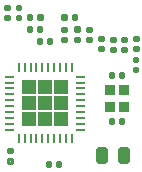
<source format=gbr>
G04 EAGLE Gerber RS-274X export*
G75*
%MOMM*%
%FSLAX34Y34*%
%LPD*%
%INSolderpaste Top*%
%IPPOS*%
%AMOC8*
5,1,8,0,0,1.08239X$1,22.5*%
G01*
%ADD10C,0.280800*%
%ADD11C,0.500000*%
%ADD12C,0.270000*%
%ADD13C,0.250000*%
%ADD14R,0.654191X0.247359*%
%ADD15R,0.655331X0.247431*%
%ADD16R,0.651969X0.249341*%
%ADD17R,0.654269X0.249209*%
%ADD18R,0.652981X0.249891*%
%ADD19R,0.655650X0.250628*%
%ADD20R,0.651059X0.250275*%
%ADD21R,0.653141X0.251281*%
%ADD22R,0.655359X0.252981*%
%ADD23R,0.651481X0.251041*%
%ADD24R,0.250031X0.650031*%
%ADD25R,0.253631X0.652369*%
%ADD26R,0.254619X0.652291*%
%ADD27R,0.252750X0.650931*%
%ADD28R,0.251419X0.650259*%
%ADD29R,0.253169X0.650075*%
%ADD30R,0.253241X0.649566*%
%ADD31R,0.251019X0.649703*%
%ADD32R,0.251359X0.649391*%
%ADD33R,0.253259X0.648019*%
%ADD34R,0.646209X0.253300*%
%ADD35R,0.649709X0.250200*%
%ADD36R,0.648831X0.250591*%
%ADD37R,0.646019X0.251278*%
%ADD38R,0.647469X0.250350*%
%ADD39R,0.647719X0.249897*%
%ADD40R,0.646281X0.249147*%
%ADD41R,0.644681X0.247800*%
%ADD42R,0.648841X0.249309*%
%ADD43R,0.650000X0.250000*%
%ADD44R,0.246700X0.647831*%
%ADD45R,0.246041X0.648069*%
%ADD46R,0.249509X0.649847*%
%ADD47R,0.245269X0.649313*%
%ADD48R,0.249941X0.650003*%
%ADD49R,0.246369X0.650713*%
%ADD50R,0.248941X0.650391*%
%ADD51R,0.246781X0.651731*%
%ADD52R,0.249800X0.650141*%
%ADD53R,0.247050X0.652600*%
%ADD54R,1.201931X1.199259*%
%ADD55R,1.200338X1.200338*%
%ADD56R,1.203350X1.201031*%
%ADD57R,1.199672X1.200263*%
%ADD58R,1.200109X1.199866*%
%ADD59R,1.199812X1.199812*%
%ADD60R,1.202841X1.202841*%
%ADD61R,1.200081X1.200269*%
%ADD62R,1.199278X1.201869*%
%ADD63R,0.850000X0.950000*%


D10*
X68926Y145407D02*
X66334Y145407D01*
X66334Y148599D01*
X68926Y148599D01*
X68926Y145407D01*
X68926Y148075D02*
X66334Y148075D01*
X60326Y148599D02*
X57734Y148599D01*
X60326Y148599D02*
X60326Y145407D01*
X57734Y145407D01*
X57734Y148599D01*
X57734Y148075D02*
X60326Y148075D01*
X74759Y125023D02*
X77351Y125023D01*
X74759Y125023D02*
X74759Y128215D01*
X77351Y128215D01*
X77351Y125023D01*
X77351Y127691D02*
X74759Y127691D01*
X68751Y128215D02*
X66159Y128215D01*
X68751Y128215D02*
X68751Y125023D01*
X66159Y125023D01*
X66159Y128215D01*
X66159Y127691D02*
X68751Y127691D01*
X131016Y127045D02*
X131016Y129637D01*
X131016Y127045D02*
X127824Y127045D01*
X127824Y129637D01*
X131016Y129637D01*
X127824Y121037D02*
X127824Y118445D01*
X127824Y121037D02*
X131016Y121037D01*
X131016Y118445D01*
X127824Y118445D01*
X40548Y26380D02*
X40548Y23788D01*
X40548Y26380D02*
X43740Y26380D01*
X43740Y23788D01*
X40548Y23788D01*
X43740Y32388D02*
X43740Y34980D01*
X43740Y32388D02*
X40548Y32388D01*
X40548Y34980D01*
X43740Y34980D01*
X140641Y126908D02*
X140641Y129500D01*
X140641Y126908D02*
X137449Y126908D01*
X137449Y129500D01*
X140641Y129500D01*
X137449Y120900D02*
X137449Y118308D01*
X137449Y120900D02*
X140641Y120900D01*
X140641Y118308D01*
X137449Y118308D01*
X75934Y23845D02*
X73342Y23845D01*
X75934Y23845D02*
X75934Y20653D01*
X73342Y20653D01*
X73342Y23845D01*
X73342Y23321D02*
X75934Y23321D01*
X81942Y20653D02*
X84534Y20653D01*
X81942Y20653D02*
X81942Y23845D01*
X84534Y23845D01*
X84534Y20653D01*
X84534Y23321D02*
X81942Y23321D01*
D11*
X117530Y34328D02*
X122530Y34328D01*
X122530Y25128D01*
X117530Y25128D01*
X117530Y34328D01*
X117530Y29878D02*
X122530Y29878D01*
X136230Y25128D02*
X141230Y25128D01*
X136230Y25128D02*
X136230Y34328D01*
X141230Y34328D01*
X141230Y25128D01*
X141230Y29878D02*
X136230Y29878D01*
D10*
X41266Y153927D02*
X41266Y156519D01*
X41266Y153927D02*
X38074Y153927D01*
X38074Y156519D01*
X41266Y156519D01*
X38074Y147919D02*
X38074Y145327D01*
X38074Y147919D02*
X41266Y147919D01*
X41266Y145327D01*
X38074Y145327D01*
D12*
X57549Y135438D02*
X60249Y135438D01*
X57549Y135438D02*
X57549Y138738D01*
X60249Y138738D01*
X60249Y135438D01*
X60249Y138003D02*
X57549Y138003D01*
X66189Y135438D02*
X68889Y135438D01*
X66189Y135438D02*
X66189Y138738D01*
X68889Y138738D01*
X68889Y135438D01*
X68889Y138003D02*
X66189Y138003D01*
X95230Y149001D02*
X97930Y149001D01*
X97930Y145701D01*
X95230Y145701D01*
X95230Y149001D01*
X95230Y148266D02*
X97930Y148266D01*
X89290Y149001D02*
X86590Y149001D01*
X89290Y149001D02*
X89290Y145701D01*
X86590Y145701D01*
X86590Y149001D01*
X86590Y148266D02*
X89290Y148266D01*
X100630Y129541D02*
X100630Y126841D01*
X97330Y126841D01*
X97330Y129541D01*
X100630Y129541D01*
X100630Y129406D02*
X97330Y129406D01*
X100630Y135481D02*
X100630Y138181D01*
X100630Y135481D02*
X97330Y135481D01*
X97330Y138181D01*
X100630Y138181D01*
X100630Y138046D02*
X97330Y138046D01*
X47760Y153908D02*
X47760Y156608D01*
X51060Y156608D01*
X51060Y153908D01*
X47760Y153908D01*
X47760Y156473D02*
X51060Y156473D01*
X47760Y147968D02*
X47760Y145268D01*
X47760Y147968D02*
X51060Y147968D01*
X51060Y145268D01*
X47760Y145268D01*
X47760Y147833D02*
X51060Y147833D01*
X89597Y129303D02*
X89597Y126603D01*
X86297Y126603D01*
X86297Y129303D01*
X89597Y129303D01*
X89597Y129168D02*
X86297Y129168D01*
X89597Y135243D02*
X89597Y137943D01*
X89597Y135243D02*
X86297Y135243D01*
X86297Y137943D01*
X89597Y137943D01*
X89597Y137808D02*
X86297Y137808D01*
X135420Y60720D02*
X138120Y60720D01*
X138120Y57420D01*
X135420Y57420D01*
X135420Y60720D01*
X135420Y59985D02*
X138120Y59985D01*
X129480Y60720D02*
X126780Y60720D01*
X129480Y60720D02*
X129480Y57420D01*
X126780Y57420D01*
X126780Y60720D01*
X126780Y59985D02*
X129480Y59985D01*
X129615Y95925D02*
X126915Y95925D01*
X126915Y99225D01*
X129615Y99225D01*
X129615Y95925D01*
X129615Y98490D02*
X126915Y98490D01*
X135555Y95925D02*
X138255Y95925D01*
X135555Y95925D02*
X135555Y99225D01*
X138255Y99225D01*
X138255Y95925D01*
X138255Y98490D02*
X135555Y98490D01*
D13*
X99370Y51480D03*
X99370Y56480D03*
X99370Y61480D03*
X99370Y66480D03*
X99370Y71480D03*
X99370Y76480D03*
X99370Y81480D03*
X99370Y86480D03*
X99370Y91480D03*
X99370Y96480D03*
X94620Y101230D03*
X89620Y101230D03*
X84620Y101230D03*
X79620Y101230D03*
X74620Y101230D03*
X69620Y101230D03*
X64620Y101230D03*
X59620Y101230D03*
X54620Y101230D03*
X49620Y101230D03*
X44870Y96480D03*
X44870Y91480D03*
X44870Y86480D03*
X44870Y81480D03*
X44870Y76480D03*
X44870Y71480D03*
X44870Y66480D03*
X44870Y61480D03*
X44870Y56480D03*
X44870Y51480D03*
X49620Y46730D03*
X54620Y46730D03*
X59620Y46730D03*
X64620Y46730D03*
X69620Y46730D03*
X74620Y46730D03*
X79620Y46730D03*
X84620Y46730D03*
X89620Y46730D03*
X94620Y46730D03*
D14*
X102641Y51467D03*
D15*
X102647Y56467D03*
D16*
X102630Y61477D03*
D17*
X102641Y66476D03*
D18*
X102635Y71479D03*
D19*
X102648Y76483D03*
D20*
X102625Y81481D03*
D21*
X102636Y86486D03*
D22*
X102647Y91495D03*
D23*
X102627Y96485D03*
D24*
X94620Y104480D03*
D25*
X89632Y104498D03*
D26*
X84631Y104503D03*
D27*
X79625Y104494D03*
D28*
X74621Y104487D03*
D29*
X69620Y104496D03*
D30*
X64618Y104496D03*
D31*
X59619Y104485D03*
D32*
X54617Y104487D03*
D33*
X49610Y104496D03*
D34*
X41601Y96497D03*
D35*
X41619Y91481D03*
D36*
X41614Y86483D03*
D37*
X41600Y81486D03*
D38*
X41607Y76482D03*
D39*
X41609Y71480D03*
D40*
X41601Y66476D03*
D41*
X41593Y61469D03*
D42*
X41614Y56477D03*
D43*
X41620Y51480D03*
D44*
X49609Y43464D03*
D45*
X54610Y43460D03*
D46*
X59619Y43478D03*
D47*
X64617Y43456D03*
D48*
X69620Y43480D03*
D49*
X74624Y43462D03*
D50*
X79622Y43475D03*
D51*
X84629Y43464D03*
D52*
X89621Y43479D03*
D53*
X94633Y43465D03*
D54*
X85630Y60476D03*
D55*
X72122Y73982D03*
D56*
X85637Y73985D03*
D57*
X58618Y73981D03*
D58*
X72121Y60479D03*
D59*
X58619Y60479D03*
D60*
X85634Y87494D03*
D61*
X72120Y87481D03*
D62*
X58616Y87489D03*
D10*
X107844Y126474D02*
X107844Y129066D01*
X111036Y129066D01*
X111036Y126474D01*
X107844Y126474D01*
X111036Y135074D02*
X111036Y137666D01*
X111036Y135074D02*
X107844Y135074D01*
X107844Y137666D01*
X111036Y137666D01*
X120976Y130056D02*
X120976Y127464D01*
X117784Y127464D01*
X117784Y130056D01*
X120976Y130056D01*
X117784Y121456D02*
X117784Y118864D01*
X117784Y121456D02*
X120976Y121456D01*
X120976Y118864D01*
X117784Y118864D01*
X146994Y103676D02*
X146994Y101084D01*
X146994Y103676D02*
X150186Y103676D01*
X150186Y101084D01*
X146994Y101084D01*
X150186Y109684D02*
X150186Y112276D01*
X150186Y109684D02*
X146994Y109684D01*
X146994Y112276D01*
X150186Y112276D01*
X150304Y127298D02*
X150304Y129890D01*
X150304Y127298D02*
X147112Y127298D01*
X147112Y129890D01*
X150304Y129890D01*
X147112Y121290D02*
X147112Y118698D01*
X147112Y121290D02*
X150304Y121290D01*
X150304Y118698D01*
X147112Y118698D01*
D63*
X138570Y71084D03*
X138570Y85584D03*
X127070Y85584D03*
X127070Y71084D03*
M02*

</source>
